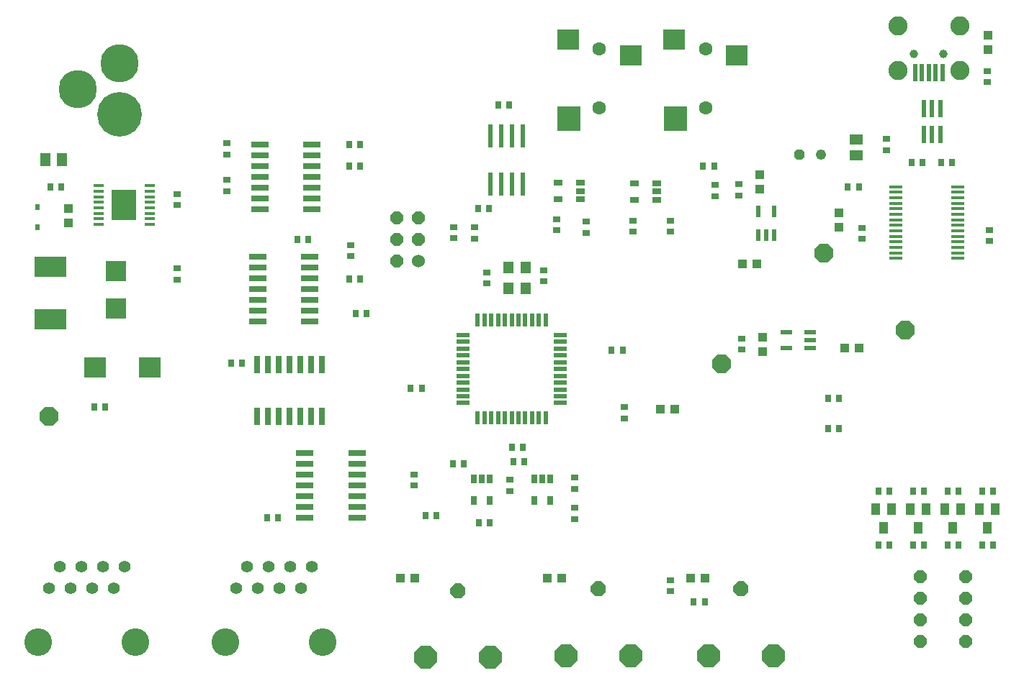
<source format=gbr>
G04 EAGLE Gerber RS-274X export*
G75*
%MOMM*%
%FSLAX34Y34*%
%LPD*%
%INSoldermask Top*%
%IPPOS*%
%AMOC8*
5,1,8,0,0,1.08239X$1,22.5*%
G01*
%ADD10P,1.924489X8X22.500000*%
%ADD11P,2.927973X8X22.500000*%
%ADD12R,2.550000X2.400000*%
%ADD13R,2.750000X2.900000*%
%ADD14C,1.600000*%
%ADD15R,0.700000X0.900000*%
%ADD16R,0.600000X2.708000*%
%ADD17R,0.900000X0.700000*%
%ADD18R,1.500000X1.300000*%
%ADD19R,0.600000X2.000000*%
%ADD20R,0.500000X2.000000*%
%ADD21C,2.250000*%
%ADD22C,1.000000*%
%ADD23R,1.000000X1.100000*%
%ADD24R,0.600000X1.408000*%
%ADD25R,1.100000X1.000000*%
%ADD26R,1.408000X0.600000*%
%ADD27P,1.649562X8X112.500000*%
%ADD28R,1.000000X1.400000*%
%ADD29P,2.336880X8X22.500000*%
%ADD30C,1.524000*%
%ADD31R,1.500000X0.400000*%
%ADD32R,0.990000X0.690000*%
%ADD33P,1.319650X8X202.500000*%
%ADD34C,1.219200*%
%ADD35R,1.550000X0.550000*%
%ADD36R,0.550000X1.550000*%
%ADD37R,1.200000X1.400000*%
%ADD38C,1.400000*%
%ADD39C,3.251200*%
%ADD40R,1.200000X0.350000*%
%ADD41R,2.900000X3.580000*%
%ADD42R,0.600000X0.800000*%
%ADD43R,2.400000X2.400000*%
%ADD44R,3.810000X2.413000*%
%ADD45R,1.300000X1.500000*%
%ADD46R,2.600000X2.400000*%
%ADD47R,2.032000X0.660400*%
%ADD48R,0.690000X0.990000*%
%ADD49R,0.660400X2.032000*%
%ADD50C,5.250000*%
%ADD51C,4.500000*%


D10*
X741844Y123952D03*
D11*
X703744Y45974D03*
X779944Y45974D03*
D10*
X909484Y123952D03*
D11*
X871384Y45974D03*
X947584Y45974D03*
D10*
X576236Y121920D03*
D11*
X538136Y43942D03*
X614336Y43942D03*
D12*
X904286Y752484D03*
D13*
X831786Y678484D03*
D12*
X830786Y771484D03*
D14*
X867536Y760484D03*
X867536Y690484D03*
D12*
X779286Y752484D03*
D13*
X706786Y678484D03*
D12*
X705786Y771484D03*
D14*
X742536Y760484D03*
X742536Y690484D03*
D15*
X613182Y572106D03*
X600182Y572106D03*
D16*
X614270Y600996D03*
X626970Y600996D03*
X639670Y600996D03*
X652370Y600996D03*
X652370Y658076D03*
X639670Y658076D03*
X626970Y658076D03*
X614270Y658076D03*
D15*
X623544Y694084D03*
X636544Y694084D03*
X1047646Y597916D03*
X1034646Y597916D03*
D17*
X1051306Y549806D03*
X1051306Y536806D03*
X1200912Y533758D03*
X1200912Y546758D03*
X1079754Y654200D03*
X1079754Y641200D03*
D15*
X1122576Y626618D03*
X1109576Y626618D03*
X1144374Y626618D03*
X1157374Y626618D03*
D18*
X1044448Y634898D03*
X1044448Y653898D03*
D17*
X1198880Y721084D03*
X1198880Y734084D03*
D19*
X1143356Y690124D03*
X1133856Y690124D03*
X1124356Y690124D03*
X1124356Y659124D03*
X1133856Y659124D03*
X1143356Y659124D03*
D20*
X1145800Y731980D03*
X1137800Y731980D03*
X1129800Y731980D03*
X1121800Y731980D03*
X1113800Y731980D03*
D21*
X1166300Y787480D03*
X1093300Y787480D03*
X1093300Y734480D03*
X1166300Y734480D03*
D22*
X1147300Y754480D03*
X1112300Y754480D03*
D15*
X1011328Y348996D03*
X1024328Y348996D03*
X1011328Y313436D03*
X1024328Y313436D03*
X877540Y622132D03*
X864540Y622132D03*
D17*
X878432Y586964D03*
X878432Y599964D03*
D23*
X931300Y595136D03*
X931300Y612136D03*
D24*
X929416Y541068D03*
X938916Y541068D03*
X948416Y541068D03*
X948416Y569148D03*
X929416Y569148D03*
D25*
X928160Y507316D03*
X911160Y507316D03*
D23*
X934740Y403912D03*
X934740Y420912D03*
D26*
X990436Y407992D03*
X990436Y417492D03*
X990436Y426992D03*
X962356Y426992D03*
X962356Y407992D03*
D25*
X1031292Y407904D03*
X1048292Y407904D03*
D17*
X910356Y405912D03*
X910356Y418912D03*
D27*
X1173200Y87630D03*
X1173200Y138430D03*
X1173200Y62230D03*
X1173200Y113030D03*
X1119900Y87630D03*
X1119900Y138430D03*
X1119900Y62230D03*
X1119900Y113030D03*
D28*
X1076960Y196264D03*
X1067460Y218264D03*
X1086460Y218264D03*
D15*
X1070460Y239776D03*
X1083460Y239776D03*
X1083460Y175768D03*
X1070460Y175768D03*
D28*
X1117600Y196264D03*
X1108100Y218264D03*
X1127100Y218264D03*
D15*
X1111100Y239776D03*
X1124100Y239776D03*
X1124100Y175768D03*
X1111100Y175768D03*
D28*
X1158240Y196264D03*
X1148740Y218264D03*
X1167740Y218264D03*
D15*
X1151740Y239776D03*
X1164740Y239776D03*
X1164740Y175768D03*
X1151740Y175768D03*
D28*
X1198880Y196264D03*
X1189380Y218264D03*
X1208380Y218264D03*
D15*
X1192380Y239776D03*
X1205380Y239776D03*
X1205380Y175768D03*
X1192380Y175768D03*
D23*
X525390Y137160D03*
X508390Y137160D03*
X698090Y137160D03*
X681090Y137160D03*
X866639Y137160D03*
X849639Y137160D03*
D29*
X95420Y327900D03*
X1101852Y429260D03*
D30*
X529604Y510492D03*
D27*
X504204Y510492D03*
X529604Y535892D03*
X504204Y535892D03*
X529604Y561292D03*
X504204Y561292D03*
D31*
X1163756Y513502D03*
X1163756Y520002D03*
X1163756Y526502D03*
X1163756Y533002D03*
X1163756Y539502D03*
X1163756Y546002D03*
X1163756Y552502D03*
X1163756Y559002D03*
X1163756Y565502D03*
X1163756Y572002D03*
X1163756Y578502D03*
X1163756Y585002D03*
X1163756Y591502D03*
X1163756Y598002D03*
X1091256Y598002D03*
X1091256Y591502D03*
X1091256Y585002D03*
X1091256Y578502D03*
X1091256Y572002D03*
X1091256Y565502D03*
X1091256Y559002D03*
X1091256Y552502D03*
X1091256Y546002D03*
X1091256Y539502D03*
X1091256Y533002D03*
X1091256Y526502D03*
X1091256Y520002D03*
X1091256Y513502D03*
D15*
X853671Y109220D03*
X866671Y109220D03*
D29*
X886366Y389382D03*
X1006602Y519938D03*
D32*
X810036Y582796D03*
X810036Y592296D03*
X810036Y601796D03*
X784136Y601796D03*
X784136Y582796D03*
X720036Y583336D03*
X720036Y592836D03*
X720036Y602336D03*
X694136Y602336D03*
X694136Y583336D03*
D17*
X781896Y558156D03*
X781896Y545156D03*
X692404Y559712D03*
X692404Y546712D03*
X826395Y558274D03*
X826395Y545274D03*
X726964Y556664D03*
X726964Y543664D03*
D33*
X977406Y635896D03*
D34*
X1002806Y635896D03*
D17*
X449966Y516304D03*
X449966Y529304D03*
X571536Y550210D03*
X571536Y537210D03*
X826516Y134516D03*
X826516Y121516D03*
X595717Y550050D03*
X595717Y537050D03*
D25*
X1199388Y776088D03*
X1199388Y759088D03*
D23*
X1024128Y550300D03*
X1024128Y567300D03*
D35*
X582024Y423280D03*
X582024Y415280D03*
X582024Y407280D03*
X582024Y399280D03*
X582024Y391280D03*
X582024Y383280D03*
X582024Y375280D03*
X582024Y367280D03*
X582024Y359280D03*
X582024Y351280D03*
X582024Y343280D03*
D36*
X599524Y325780D03*
X607524Y325780D03*
X615524Y325780D03*
X623524Y325780D03*
X631524Y325780D03*
X639524Y325780D03*
X647524Y325780D03*
X655524Y325780D03*
X663524Y325780D03*
X671524Y325780D03*
X679524Y325780D03*
D35*
X697024Y343280D03*
X697024Y351280D03*
X697024Y359280D03*
X697024Y367280D03*
X697024Y375280D03*
X697024Y383280D03*
X697024Y391280D03*
X697024Y399280D03*
X697024Y407280D03*
X697024Y415280D03*
X697024Y423280D03*
D36*
X679524Y440780D03*
X671524Y440780D03*
X663524Y440780D03*
X655524Y440780D03*
X647524Y440780D03*
X639524Y440780D03*
X631524Y440780D03*
X623524Y440780D03*
X615524Y440780D03*
X607524Y440780D03*
X599524Y440780D03*
D15*
X533804Y360172D03*
X520804Y360172D03*
X757024Y405384D03*
X770024Y405384D03*
D17*
X610616Y484228D03*
X610616Y497228D03*
D37*
X635848Y502460D03*
X635848Y478460D03*
X655848Y478460D03*
X655848Y502460D03*
D17*
X677432Y499440D03*
X677432Y486440D03*
D23*
X814460Y336296D03*
X831460Y336296D03*
D38*
X95550Y125500D03*
X108250Y150900D03*
X120950Y125500D03*
X133650Y150900D03*
X146350Y125500D03*
X159050Y150900D03*
X171750Y125500D03*
X184450Y150900D03*
D39*
X82850Y62000D03*
X197150Y62000D03*
D38*
X315550Y125500D03*
X328250Y150900D03*
X340950Y125500D03*
X353650Y150900D03*
X366350Y125500D03*
X379050Y150900D03*
X391750Y125500D03*
X404450Y150900D03*
D39*
X302850Y62000D03*
X417150Y62000D03*
D40*
X153647Y599202D03*
X153647Y592652D03*
X153647Y586152D03*
X153647Y579652D03*
X153647Y573152D03*
X153647Y566652D03*
X153647Y560152D03*
X153647Y553652D03*
X214097Y553652D03*
X214097Y560152D03*
X214097Y566652D03*
X214097Y573152D03*
X214097Y579652D03*
X214097Y586152D03*
X214097Y592652D03*
X214097Y599152D03*
D41*
X183872Y576402D03*
D17*
X246124Y501744D03*
X246124Y488744D03*
X246124Y589488D03*
X246124Y576488D03*
D23*
X118120Y572412D03*
X118120Y555412D03*
D42*
X82056Y549832D03*
X82056Y573832D03*
D43*
X174260Y498264D03*
X174260Y454264D03*
D44*
X97492Y441780D03*
X97492Y503780D03*
D45*
X110324Y629936D03*
X91324Y629936D03*
D15*
X109864Y597932D03*
X96864Y597932D03*
X148592Y338744D03*
X161592Y338744D03*
D46*
X150016Y385480D03*
X214016Y385480D03*
D47*
X343418Y647752D03*
X343418Y635052D03*
X343418Y622352D03*
X343418Y609652D03*
X343418Y596952D03*
X343418Y584252D03*
X343418Y571552D03*
X404886Y571552D03*
X404886Y584252D03*
X404886Y596952D03*
X404886Y609652D03*
X404886Y622352D03*
X404886Y635052D03*
X404886Y647752D03*
X340878Y515436D03*
X340878Y502736D03*
X340878Y490036D03*
X340878Y477336D03*
X340878Y464636D03*
X340878Y451936D03*
X340878Y439236D03*
X402346Y439236D03*
X402346Y451936D03*
X402346Y464636D03*
X402346Y477336D03*
X402346Y490036D03*
X402346Y502736D03*
X402346Y515436D03*
D15*
X448160Y647700D03*
X461160Y647700D03*
D47*
X457454Y208280D03*
X457454Y220980D03*
X457454Y233680D03*
X457454Y246380D03*
X457454Y259080D03*
X457454Y271780D03*
X457454Y284480D03*
X395986Y284480D03*
X395986Y271780D03*
X395986Y259080D03*
X395986Y246380D03*
X395986Y233680D03*
X395986Y220980D03*
X395986Y208280D03*
D15*
X364640Y208280D03*
X351640Y208280D03*
D48*
X685140Y254200D03*
X675640Y254200D03*
X666140Y254200D03*
X666140Y228300D03*
X685140Y228300D03*
X614020Y254200D03*
X604520Y254200D03*
X595020Y254200D03*
X595020Y228300D03*
X614020Y228300D03*
D17*
X713740Y219860D03*
X713740Y206860D03*
D15*
X613560Y201930D03*
X600560Y201930D03*
X461160Y622300D03*
X448160Y622300D03*
D17*
X304800Y605940D03*
X304800Y592940D03*
X713740Y242420D03*
X713740Y255420D03*
D15*
X551330Y210820D03*
X538330Y210820D03*
D17*
X637540Y239880D03*
X637540Y252880D03*
X524510Y246230D03*
X524510Y259230D03*
X772160Y338224D03*
X772160Y325224D03*
D15*
X652930Y290830D03*
X639930Y290830D03*
X400200Y535940D03*
X387200Y535940D03*
D17*
X304800Y649120D03*
X304800Y636120D03*
X906780Y587860D03*
X906780Y600860D03*
D15*
X455780Y448310D03*
X468780Y448310D03*
X448160Y488950D03*
X461160Y488950D03*
D49*
X340360Y327406D03*
X353060Y327406D03*
X365760Y327406D03*
X378460Y327406D03*
X391160Y327406D03*
X403860Y327406D03*
X416560Y327406D03*
X416560Y388874D03*
X403860Y388874D03*
X391160Y388874D03*
X378460Y388874D03*
X365760Y388874D03*
X353060Y388874D03*
X340360Y388874D03*
D15*
X322730Y389890D03*
X309730Y389890D03*
X641200Y274320D03*
X654200Y274320D03*
X570080Y271780D03*
X583080Y271780D03*
D50*
X178680Y683484D03*
D51*
X178680Y743484D03*
X129680Y712984D03*
M02*

</source>
